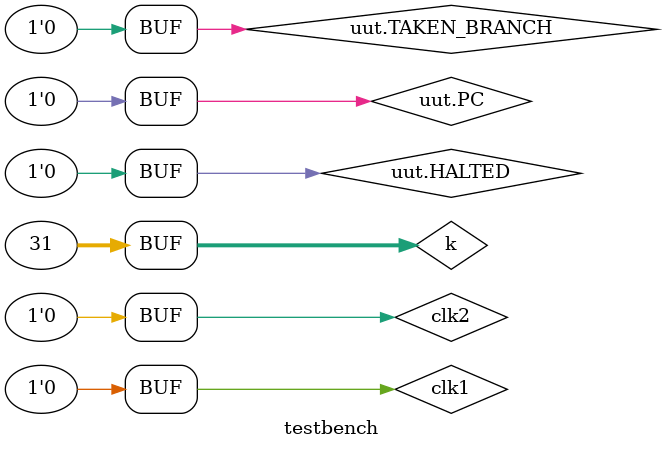
<source format=v>
module testbench;
reg clk1,clk2;

integer k;

mips32 uut(
.clk1(clk1),.clk2(clk2));

initial
begin
clk1=0;  clk2=0;
repeat(60)
begin
#5 clk1=1; #5 clk1=0;
#5 clk2=1; #5 clk2=0;
end
end

initial
begin
for (k=0;k<31;k=k+1)
	uut.Reg[k] =k;

uut.Mem[0] = 32'h280a00c8;
uut.Mem[1] = 32'h28020001;
uut.Mem[2] = 32'h0c94a000;
uut.Mem[3] = 32'h21430000;
uut.Mem[4] = 32'h0c94a000;
uut.Mem[5] = 32'h14431000;
uut.Mem[6] = 32'h2c630001;
uut.Mem[7] = 32'h0e94a000;
uut.Mem[8] = 32'h3460fffc;
uut.Mem[9] = 32'h2542fffe;
uut.Mem[10] = 32'hfc000000;
uut.Mem[200]=32'h00000007;
uut.HALTED = 0;
uut.PC = 0;
uut.TAKEN_BRANCH=0;

end


endmodule
</source>
